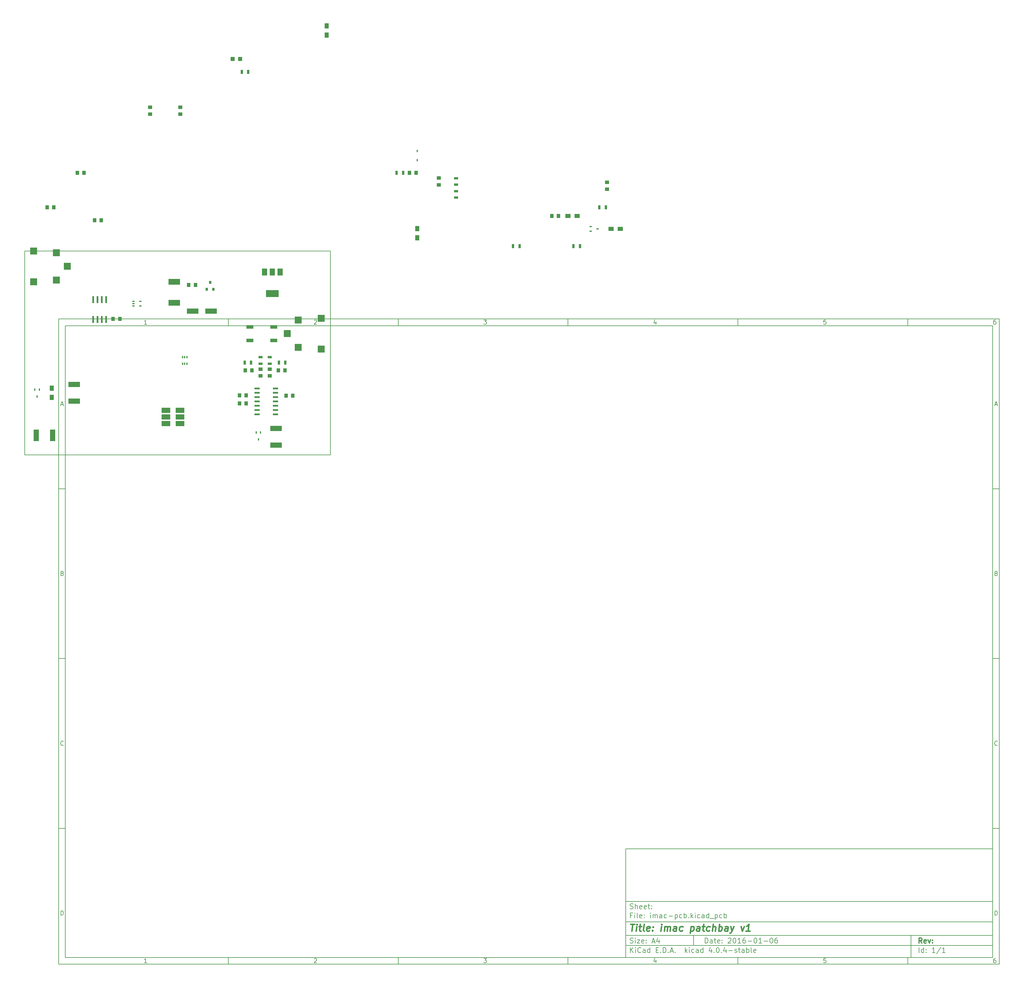
<source format=gtp>
G04 #@! TF.FileFunction,Paste,Top*
%FSLAX46Y46*%
G04 Gerber Fmt 4.6, Leading zero omitted, Abs format (unit mm)*
G04 Created by KiCad (PCBNEW 4.0.4-stable) date 2017 January 14, Saturday 18:24:41*
%MOMM*%
%LPD*%
G01*
G04 APERTURE LIST*
%ADD10C,0.100000*%
%ADD11C,0.150000*%
%ADD12C,0.300000*%
%ADD13C,0.400000*%
%ADD14R,1.000000X1.250000*%
%ADD15R,1.250000X1.000000*%
%ADD16R,3.500000X1.600000*%
%ADD17R,1.200000X1.200000*%
%ADD18R,0.457200X0.711200*%
%ADD19R,0.800000X0.900000*%
%ADD20R,0.711200X0.457200*%
%ADD21R,1.600000X3.500000*%
%ADD22R,1.500000X0.600000*%
%ADD23R,0.660400X0.406400*%
%ADD24R,0.398780X0.749300*%
%ADD25R,0.403000X0.710000*%
%ADD26R,2.000000X2.000000*%
%ADD27R,3.500000X1.800000*%
%ADD28R,0.700000X1.300000*%
%ADD29R,1.300000X1.500000*%
%ADD30R,1.300000X0.700000*%
%ADD31R,1.500000X1.300000*%
%ADD32R,2.000000X1.000000*%
%ADD33R,3.800000X2.000000*%
%ADD34R,1.500000X2.000000*%
%ADD35R,2.500000X1.500000*%
%ADD36R,0.600000X2.000000*%
G04 APERTURE END LIST*
D10*
D11*
X177002200Y-116007200D02*
X177002200Y-148007200D01*
X285002200Y-148007200D01*
X285002200Y-116007200D01*
X177002200Y-116007200D01*
D10*
D11*
X10000000Y40000000D02*
X10000000Y-150007200D01*
X287002200Y-150007200D01*
X287002200Y40000000D01*
X10000000Y40000000D01*
D10*
D11*
X12000000Y38000000D02*
X12000000Y-148007200D01*
X285002200Y-148007200D01*
X285002200Y38000000D01*
X12000000Y38000000D01*
D10*
D11*
X60000000Y38000000D02*
X60000000Y40000000D01*
D10*
D11*
X110000000Y38000000D02*
X110000000Y40000000D01*
D10*
D11*
X160000000Y38000000D02*
X160000000Y40000000D01*
D10*
D11*
X210000000Y38000000D02*
X210000000Y40000000D01*
D10*
D11*
X260000000Y38000000D02*
X260000000Y40000000D01*
D10*
D11*
X35990476Y38411905D02*
X35247619Y38411905D01*
X35619048Y38411905D02*
X35619048Y39711905D01*
X35495238Y39526190D01*
X35371429Y39402381D01*
X35247619Y39340476D01*
D10*
D11*
X85247619Y39588095D02*
X85309524Y39650000D01*
X85433333Y39711905D01*
X85742857Y39711905D01*
X85866667Y39650000D01*
X85928571Y39588095D01*
X85990476Y39464286D01*
X85990476Y39340476D01*
X85928571Y39154762D01*
X85185714Y38411905D01*
X85990476Y38411905D01*
D10*
D11*
X135185714Y39711905D02*
X135990476Y39711905D01*
X135557143Y39216667D01*
X135742857Y39216667D01*
X135866667Y39154762D01*
X135928571Y39092857D01*
X135990476Y38969048D01*
X135990476Y38659524D01*
X135928571Y38535714D01*
X135866667Y38473810D01*
X135742857Y38411905D01*
X135371429Y38411905D01*
X135247619Y38473810D01*
X135185714Y38535714D01*
D10*
D11*
X185866667Y39278571D02*
X185866667Y38411905D01*
X185557143Y39773810D02*
X185247619Y38845238D01*
X186052381Y38845238D01*
D10*
D11*
X235928571Y39711905D02*
X235309524Y39711905D01*
X235247619Y39092857D01*
X235309524Y39154762D01*
X235433333Y39216667D01*
X235742857Y39216667D01*
X235866667Y39154762D01*
X235928571Y39092857D01*
X235990476Y38969048D01*
X235990476Y38659524D01*
X235928571Y38535714D01*
X235866667Y38473810D01*
X235742857Y38411905D01*
X235433333Y38411905D01*
X235309524Y38473810D01*
X235247619Y38535714D01*
D10*
D11*
X285866667Y39711905D02*
X285619048Y39711905D01*
X285495238Y39650000D01*
X285433333Y39588095D01*
X285309524Y39402381D01*
X285247619Y39154762D01*
X285247619Y38659524D01*
X285309524Y38535714D01*
X285371429Y38473810D01*
X285495238Y38411905D01*
X285742857Y38411905D01*
X285866667Y38473810D01*
X285928571Y38535714D01*
X285990476Y38659524D01*
X285990476Y38969048D01*
X285928571Y39092857D01*
X285866667Y39154762D01*
X285742857Y39216667D01*
X285495238Y39216667D01*
X285371429Y39154762D01*
X285309524Y39092857D01*
X285247619Y38969048D01*
D10*
D11*
X60000000Y-148007200D02*
X60000000Y-150007200D01*
D10*
D11*
X110000000Y-148007200D02*
X110000000Y-150007200D01*
D10*
D11*
X160000000Y-148007200D02*
X160000000Y-150007200D01*
D10*
D11*
X210000000Y-148007200D02*
X210000000Y-150007200D01*
D10*
D11*
X260000000Y-148007200D02*
X260000000Y-150007200D01*
D10*
D11*
X35990476Y-149595295D02*
X35247619Y-149595295D01*
X35619048Y-149595295D02*
X35619048Y-148295295D01*
X35495238Y-148481010D01*
X35371429Y-148604819D01*
X35247619Y-148666724D01*
D10*
D11*
X85247619Y-148419105D02*
X85309524Y-148357200D01*
X85433333Y-148295295D01*
X85742857Y-148295295D01*
X85866667Y-148357200D01*
X85928571Y-148419105D01*
X85990476Y-148542914D01*
X85990476Y-148666724D01*
X85928571Y-148852438D01*
X85185714Y-149595295D01*
X85990476Y-149595295D01*
D10*
D11*
X135185714Y-148295295D02*
X135990476Y-148295295D01*
X135557143Y-148790533D01*
X135742857Y-148790533D01*
X135866667Y-148852438D01*
X135928571Y-148914343D01*
X135990476Y-149038152D01*
X135990476Y-149347676D01*
X135928571Y-149471486D01*
X135866667Y-149533390D01*
X135742857Y-149595295D01*
X135371429Y-149595295D01*
X135247619Y-149533390D01*
X135185714Y-149471486D01*
D10*
D11*
X185866667Y-148728629D02*
X185866667Y-149595295D01*
X185557143Y-148233390D02*
X185247619Y-149161962D01*
X186052381Y-149161962D01*
D10*
D11*
X235928571Y-148295295D02*
X235309524Y-148295295D01*
X235247619Y-148914343D01*
X235309524Y-148852438D01*
X235433333Y-148790533D01*
X235742857Y-148790533D01*
X235866667Y-148852438D01*
X235928571Y-148914343D01*
X235990476Y-149038152D01*
X235990476Y-149347676D01*
X235928571Y-149471486D01*
X235866667Y-149533390D01*
X235742857Y-149595295D01*
X235433333Y-149595295D01*
X235309524Y-149533390D01*
X235247619Y-149471486D01*
D10*
D11*
X285866667Y-148295295D02*
X285619048Y-148295295D01*
X285495238Y-148357200D01*
X285433333Y-148419105D01*
X285309524Y-148604819D01*
X285247619Y-148852438D01*
X285247619Y-149347676D01*
X285309524Y-149471486D01*
X285371429Y-149533390D01*
X285495238Y-149595295D01*
X285742857Y-149595295D01*
X285866667Y-149533390D01*
X285928571Y-149471486D01*
X285990476Y-149347676D01*
X285990476Y-149038152D01*
X285928571Y-148914343D01*
X285866667Y-148852438D01*
X285742857Y-148790533D01*
X285495238Y-148790533D01*
X285371429Y-148852438D01*
X285309524Y-148914343D01*
X285247619Y-149038152D01*
D10*
D11*
X10000000Y-10000000D02*
X12000000Y-10000000D01*
D10*
D11*
X10000000Y-60000000D02*
X12000000Y-60000000D01*
D10*
D11*
X10000000Y-110000000D02*
X12000000Y-110000000D01*
D10*
D11*
X10690476Y14783333D02*
X11309524Y14783333D01*
X10566667Y14411905D02*
X11000000Y15711905D01*
X11433333Y14411905D01*
D10*
D11*
X11092857Y-34907143D02*
X11278571Y-34969048D01*
X11340476Y-35030952D01*
X11402381Y-35154762D01*
X11402381Y-35340476D01*
X11340476Y-35464286D01*
X11278571Y-35526190D01*
X11154762Y-35588095D01*
X10659524Y-35588095D01*
X10659524Y-34288095D01*
X11092857Y-34288095D01*
X11216667Y-34350000D01*
X11278571Y-34411905D01*
X11340476Y-34535714D01*
X11340476Y-34659524D01*
X11278571Y-34783333D01*
X11216667Y-34845238D01*
X11092857Y-34907143D01*
X10659524Y-34907143D01*
D10*
D11*
X11402381Y-85464286D02*
X11340476Y-85526190D01*
X11154762Y-85588095D01*
X11030952Y-85588095D01*
X10845238Y-85526190D01*
X10721429Y-85402381D01*
X10659524Y-85278571D01*
X10597619Y-85030952D01*
X10597619Y-84845238D01*
X10659524Y-84597619D01*
X10721429Y-84473810D01*
X10845238Y-84350000D01*
X11030952Y-84288095D01*
X11154762Y-84288095D01*
X11340476Y-84350000D01*
X11402381Y-84411905D01*
D10*
D11*
X10659524Y-135588095D02*
X10659524Y-134288095D01*
X10969048Y-134288095D01*
X11154762Y-134350000D01*
X11278571Y-134473810D01*
X11340476Y-134597619D01*
X11402381Y-134845238D01*
X11402381Y-135030952D01*
X11340476Y-135278571D01*
X11278571Y-135402381D01*
X11154762Y-135526190D01*
X10969048Y-135588095D01*
X10659524Y-135588095D01*
D10*
D11*
X287002200Y-10000000D02*
X285002200Y-10000000D01*
D10*
D11*
X287002200Y-60000000D02*
X285002200Y-60000000D01*
D10*
D11*
X287002200Y-110000000D02*
X285002200Y-110000000D01*
D10*
D11*
X285692676Y14783333D02*
X286311724Y14783333D01*
X285568867Y14411905D02*
X286002200Y15711905D01*
X286435533Y14411905D01*
D10*
D11*
X286095057Y-34907143D02*
X286280771Y-34969048D01*
X286342676Y-35030952D01*
X286404581Y-35154762D01*
X286404581Y-35340476D01*
X286342676Y-35464286D01*
X286280771Y-35526190D01*
X286156962Y-35588095D01*
X285661724Y-35588095D01*
X285661724Y-34288095D01*
X286095057Y-34288095D01*
X286218867Y-34350000D01*
X286280771Y-34411905D01*
X286342676Y-34535714D01*
X286342676Y-34659524D01*
X286280771Y-34783333D01*
X286218867Y-34845238D01*
X286095057Y-34907143D01*
X285661724Y-34907143D01*
D10*
D11*
X286404581Y-85464286D02*
X286342676Y-85526190D01*
X286156962Y-85588095D01*
X286033152Y-85588095D01*
X285847438Y-85526190D01*
X285723629Y-85402381D01*
X285661724Y-85278571D01*
X285599819Y-85030952D01*
X285599819Y-84845238D01*
X285661724Y-84597619D01*
X285723629Y-84473810D01*
X285847438Y-84350000D01*
X286033152Y-84288095D01*
X286156962Y-84288095D01*
X286342676Y-84350000D01*
X286404581Y-84411905D01*
D10*
D11*
X285661724Y-135588095D02*
X285661724Y-134288095D01*
X285971248Y-134288095D01*
X286156962Y-134350000D01*
X286280771Y-134473810D01*
X286342676Y-134597619D01*
X286404581Y-134845238D01*
X286404581Y-135030952D01*
X286342676Y-135278571D01*
X286280771Y-135402381D01*
X286156962Y-135526190D01*
X285971248Y-135588095D01*
X285661724Y-135588095D01*
D10*
D11*
X200359343Y-143785771D02*
X200359343Y-142285771D01*
X200716486Y-142285771D01*
X200930771Y-142357200D01*
X201073629Y-142500057D01*
X201145057Y-142642914D01*
X201216486Y-142928629D01*
X201216486Y-143142914D01*
X201145057Y-143428629D01*
X201073629Y-143571486D01*
X200930771Y-143714343D01*
X200716486Y-143785771D01*
X200359343Y-143785771D01*
X202502200Y-143785771D02*
X202502200Y-143000057D01*
X202430771Y-142857200D01*
X202287914Y-142785771D01*
X202002200Y-142785771D01*
X201859343Y-142857200D01*
X202502200Y-143714343D02*
X202359343Y-143785771D01*
X202002200Y-143785771D01*
X201859343Y-143714343D01*
X201787914Y-143571486D01*
X201787914Y-143428629D01*
X201859343Y-143285771D01*
X202002200Y-143214343D01*
X202359343Y-143214343D01*
X202502200Y-143142914D01*
X203002200Y-142785771D02*
X203573629Y-142785771D01*
X203216486Y-142285771D02*
X203216486Y-143571486D01*
X203287914Y-143714343D01*
X203430772Y-143785771D01*
X203573629Y-143785771D01*
X204645057Y-143714343D02*
X204502200Y-143785771D01*
X204216486Y-143785771D01*
X204073629Y-143714343D01*
X204002200Y-143571486D01*
X204002200Y-143000057D01*
X204073629Y-142857200D01*
X204216486Y-142785771D01*
X204502200Y-142785771D01*
X204645057Y-142857200D01*
X204716486Y-143000057D01*
X204716486Y-143142914D01*
X204002200Y-143285771D01*
X205359343Y-143642914D02*
X205430771Y-143714343D01*
X205359343Y-143785771D01*
X205287914Y-143714343D01*
X205359343Y-143642914D01*
X205359343Y-143785771D01*
X205359343Y-142857200D02*
X205430771Y-142928629D01*
X205359343Y-143000057D01*
X205287914Y-142928629D01*
X205359343Y-142857200D01*
X205359343Y-143000057D01*
X207145057Y-142428629D02*
X207216486Y-142357200D01*
X207359343Y-142285771D01*
X207716486Y-142285771D01*
X207859343Y-142357200D01*
X207930772Y-142428629D01*
X208002200Y-142571486D01*
X208002200Y-142714343D01*
X207930772Y-142928629D01*
X207073629Y-143785771D01*
X208002200Y-143785771D01*
X208930771Y-142285771D02*
X209073628Y-142285771D01*
X209216485Y-142357200D01*
X209287914Y-142428629D01*
X209359343Y-142571486D01*
X209430771Y-142857200D01*
X209430771Y-143214343D01*
X209359343Y-143500057D01*
X209287914Y-143642914D01*
X209216485Y-143714343D01*
X209073628Y-143785771D01*
X208930771Y-143785771D01*
X208787914Y-143714343D01*
X208716485Y-143642914D01*
X208645057Y-143500057D01*
X208573628Y-143214343D01*
X208573628Y-142857200D01*
X208645057Y-142571486D01*
X208716485Y-142428629D01*
X208787914Y-142357200D01*
X208930771Y-142285771D01*
X210859342Y-143785771D02*
X210002199Y-143785771D01*
X210430771Y-143785771D02*
X210430771Y-142285771D01*
X210287914Y-142500057D01*
X210145056Y-142642914D01*
X210002199Y-142714343D01*
X212145056Y-142285771D02*
X211859342Y-142285771D01*
X211716485Y-142357200D01*
X211645056Y-142428629D01*
X211502199Y-142642914D01*
X211430770Y-142928629D01*
X211430770Y-143500057D01*
X211502199Y-143642914D01*
X211573627Y-143714343D01*
X211716485Y-143785771D01*
X212002199Y-143785771D01*
X212145056Y-143714343D01*
X212216485Y-143642914D01*
X212287913Y-143500057D01*
X212287913Y-143142914D01*
X212216485Y-143000057D01*
X212145056Y-142928629D01*
X212002199Y-142857200D01*
X211716485Y-142857200D01*
X211573627Y-142928629D01*
X211502199Y-143000057D01*
X211430770Y-143142914D01*
X212930770Y-143214343D02*
X214073627Y-143214343D01*
X215073627Y-142285771D02*
X215216484Y-142285771D01*
X215359341Y-142357200D01*
X215430770Y-142428629D01*
X215502199Y-142571486D01*
X215573627Y-142857200D01*
X215573627Y-143214343D01*
X215502199Y-143500057D01*
X215430770Y-143642914D01*
X215359341Y-143714343D01*
X215216484Y-143785771D01*
X215073627Y-143785771D01*
X214930770Y-143714343D01*
X214859341Y-143642914D01*
X214787913Y-143500057D01*
X214716484Y-143214343D01*
X214716484Y-142857200D01*
X214787913Y-142571486D01*
X214859341Y-142428629D01*
X214930770Y-142357200D01*
X215073627Y-142285771D01*
X217002198Y-143785771D02*
X216145055Y-143785771D01*
X216573627Y-143785771D02*
X216573627Y-142285771D01*
X216430770Y-142500057D01*
X216287912Y-142642914D01*
X216145055Y-142714343D01*
X217645055Y-143214343D02*
X218787912Y-143214343D01*
X219787912Y-142285771D02*
X219930769Y-142285771D01*
X220073626Y-142357200D01*
X220145055Y-142428629D01*
X220216484Y-142571486D01*
X220287912Y-142857200D01*
X220287912Y-143214343D01*
X220216484Y-143500057D01*
X220145055Y-143642914D01*
X220073626Y-143714343D01*
X219930769Y-143785771D01*
X219787912Y-143785771D01*
X219645055Y-143714343D01*
X219573626Y-143642914D01*
X219502198Y-143500057D01*
X219430769Y-143214343D01*
X219430769Y-142857200D01*
X219502198Y-142571486D01*
X219573626Y-142428629D01*
X219645055Y-142357200D01*
X219787912Y-142285771D01*
X221573626Y-142285771D02*
X221287912Y-142285771D01*
X221145055Y-142357200D01*
X221073626Y-142428629D01*
X220930769Y-142642914D01*
X220859340Y-142928629D01*
X220859340Y-143500057D01*
X220930769Y-143642914D01*
X221002197Y-143714343D01*
X221145055Y-143785771D01*
X221430769Y-143785771D01*
X221573626Y-143714343D01*
X221645055Y-143642914D01*
X221716483Y-143500057D01*
X221716483Y-143142914D01*
X221645055Y-143000057D01*
X221573626Y-142928629D01*
X221430769Y-142857200D01*
X221145055Y-142857200D01*
X221002197Y-142928629D01*
X220930769Y-143000057D01*
X220859340Y-143142914D01*
D10*
D11*
X177002200Y-144507200D02*
X285002200Y-144507200D01*
D10*
D11*
X178359343Y-146585771D02*
X178359343Y-145085771D01*
X179216486Y-146585771D02*
X178573629Y-145728629D01*
X179216486Y-145085771D02*
X178359343Y-145942914D01*
X179859343Y-146585771D02*
X179859343Y-145585771D01*
X179859343Y-145085771D02*
X179787914Y-145157200D01*
X179859343Y-145228629D01*
X179930771Y-145157200D01*
X179859343Y-145085771D01*
X179859343Y-145228629D01*
X181430772Y-146442914D02*
X181359343Y-146514343D01*
X181145057Y-146585771D01*
X181002200Y-146585771D01*
X180787915Y-146514343D01*
X180645057Y-146371486D01*
X180573629Y-146228629D01*
X180502200Y-145942914D01*
X180502200Y-145728629D01*
X180573629Y-145442914D01*
X180645057Y-145300057D01*
X180787915Y-145157200D01*
X181002200Y-145085771D01*
X181145057Y-145085771D01*
X181359343Y-145157200D01*
X181430772Y-145228629D01*
X182716486Y-146585771D02*
X182716486Y-145800057D01*
X182645057Y-145657200D01*
X182502200Y-145585771D01*
X182216486Y-145585771D01*
X182073629Y-145657200D01*
X182716486Y-146514343D02*
X182573629Y-146585771D01*
X182216486Y-146585771D01*
X182073629Y-146514343D01*
X182002200Y-146371486D01*
X182002200Y-146228629D01*
X182073629Y-146085771D01*
X182216486Y-146014343D01*
X182573629Y-146014343D01*
X182716486Y-145942914D01*
X184073629Y-146585771D02*
X184073629Y-145085771D01*
X184073629Y-146514343D02*
X183930772Y-146585771D01*
X183645058Y-146585771D01*
X183502200Y-146514343D01*
X183430772Y-146442914D01*
X183359343Y-146300057D01*
X183359343Y-145871486D01*
X183430772Y-145728629D01*
X183502200Y-145657200D01*
X183645058Y-145585771D01*
X183930772Y-145585771D01*
X184073629Y-145657200D01*
X185930772Y-145800057D02*
X186430772Y-145800057D01*
X186645058Y-146585771D02*
X185930772Y-146585771D01*
X185930772Y-145085771D01*
X186645058Y-145085771D01*
X187287915Y-146442914D02*
X187359343Y-146514343D01*
X187287915Y-146585771D01*
X187216486Y-146514343D01*
X187287915Y-146442914D01*
X187287915Y-146585771D01*
X188002201Y-146585771D02*
X188002201Y-145085771D01*
X188359344Y-145085771D01*
X188573629Y-145157200D01*
X188716487Y-145300057D01*
X188787915Y-145442914D01*
X188859344Y-145728629D01*
X188859344Y-145942914D01*
X188787915Y-146228629D01*
X188716487Y-146371486D01*
X188573629Y-146514343D01*
X188359344Y-146585771D01*
X188002201Y-146585771D01*
X189502201Y-146442914D02*
X189573629Y-146514343D01*
X189502201Y-146585771D01*
X189430772Y-146514343D01*
X189502201Y-146442914D01*
X189502201Y-146585771D01*
X190145058Y-146157200D02*
X190859344Y-146157200D01*
X190002201Y-146585771D02*
X190502201Y-145085771D01*
X191002201Y-146585771D01*
X191502201Y-146442914D02*
X191573629Y-146514343D01*
X191502201Y-146585771D01*
X191430772Y-146514343D01*
X191502201Y-146442914D01*
X191502201Y-146585771D01*
X194502201Y-146585771D02*
X194502201Y-145085771D01*
X194645058Y-146014343D02*
X195073629Y-146585771D01*
X195073629Y-145585771D02*
X194502201Y-146157200D01*
X195716487Y-146585771D02*
X195716487Y-145585771D01*
X195716487Y-145085771D02*
X195645058Y-145157200D01*
X195716487Y-145228629D01*
X195787915Y-145157200D01*
X195716487Y-145085771D01*
X195716487Y-145228629D01*
X197073630Y-146514343D02*
X196930773Y-146585771D01*
X196645059Y-146585771D01*
X196502201Y-146514343D01*
X196430773Y-146442914D01*
X196359344Y-146300057D01*
X196359344Y-145871486D01*
X196430773Y-145728629D01*
X196502201Y-145657200D01*
X196645059Y-145585771D01*
X196930773Y-145585771D01*
X197073630Y-145657200D01*
X198359344Y-146585771D02*
X198359344Y-145800057D01*
X198287915Y-145657200D01*
X198145058Y-145585771D01*
X197859344Y-145585771D01*
X197716487Y-145657200D01*
X198359344Y-146514343D02*
X198216487Y-146585771D01*
X197859344Y-146585771D01*
X197716487Y-146514343D01*
X197645058Y-146371486D01*
X197645058Y-146228629D01*
X197716487Y-146085771D01*
X197859344Y-146014343D01*
X198216487Y-146014343D01*
X198359344Y-145942914D01*
X199716487Y-146585771D02*
X199716487Y-145085771D01*
X199716487Y-146514343D02*
X199573630Y-146585771D01*
X199287916Y-146585771D01*
X199145058Y-146514343D01*
X199073630Y-146442914D01*
X199002201Y-146300057D01*
X199002201Y-145871486D01*
X199073630Y-145728629D01*
X199145058Y-145657200D01*
X199287916Y-145585771D01*
X199573630Y-145585771D01*
X199716487Y-145657200D01*
X202216487Y-145585771D02*
X202216487Y-146585771D01*
X201859344Y-145014343D02*
X201502201Y-146085771D01*
X202430773Y-146085771D01*
X203002201Y-146442914D02*
X203073629Y-146514343D01*
X203002201Y-146585771D01*
X202930772Y-146514343D01*
X203002201Y-146442914D01*
X203002201Y-146585771D01*
X204002201Y-145085771D02*
X204145058Y-145085771D01*
X204287915Y-145157200D01*
X204359344Y-145228629D01*
X204430773Y-145371486D01*
X204502201Y-145657200D01*
X204502201Y-146014343D01*
X204430773Y-146300057D01*
X204359344Y-146442914D01*
X204287915Y-146514343D01*
X204145058Y-146585771D01*
X204002201Y-146585771D01*
X203859344Y-146514343D01*
X203787915Y-146442914D01*
X203716487Y-146300057D01*
X203645058Y-146014343D01*
X203645058Y-145657200D01*
X203716487Y-145371486D01*
X203787915Y-145228629D01*
X203859344Y-145157200D01*
X204002201Y-145085771D01*
X205145058Y-146442914D02*
X205216486Y-146514343D01*
X205145058Y-146585771D01*
X205073629Y-146514343D01*
X205145058Y-146442914D01*
X205145058Y-146585771D01*
X206502201Y-145585771D02*
X206502201Y-146585771D01*
X206145058Y-145014343D02*
X205787915Y-146085771D01*
X206716487Y-146085771D01*
X207287915Y-146014343D02*
X208430772Y-146014343D01*
X209073629Y-146514343D02*
X209216486Y-146585771D01*
X209502201Y-146585771D01*
X209645058Y-146514343D01*
X209716486Y-146371486D01*
X209716486Y-146300057D01*
X209645058Y-146157200D01*
X209502201Y-146085771D01*
X209287915Y-146085771D01*
X209145058Y-146014343D01*
X209073629Y-145871486D01*
X209073629Y-145800057D01*
X209145058Y-145657200D01*
X209287915Y-145585771D01*
X209502201Y-145585771D01*
X209645058Y-145657200D01*
X210145058Y-145585771D02*
X210716487Y-145585771D01*
X210359344Y-145085771D02*
X210359344Y-146371486D01*
X210430772Y-146514343D01*
X210573630Y-146585771D01*
X210716487Y-146585771D01*
X211859344Y-146585771D02*
X211859344Y-145800057D01*
X211787915Y-145657200D01*
X211645058Y-145585771D01*
X211359344Y-145585771D01*
X211216487Y-145657200D01*
X211859344Y-146514343D02*
X211716487Y-146585771D01*
X211359344Y-146585771D01*
X211216487Y-146514343D01*
X211145058Y-146371486D01*
X211145058Y-146228629D01*
X211216487Y-146085771D01*
X211359344Y-146014343D01*
X211716487Y-146014343D01*
X211859344Y-145942914D01*
X212573630Y-146585771D02*
X212573630Y-145085771D01*
X212573630Y-145657200D02*
X212716487Y-145585771D01*
X213002201Y-145585771D01*
X213145058Y-145657200D01*
X213216487Y-145728629D01*
X213287916Y-145871486D01*
X213287916Y-146300057D01*
X213216487Y-146442914D01*
X213145058Y-146514343D01*
X213002201Y-146585771D01*
X212716487Y-146585771D01*
X212573630Y-146514343D01*
X214145059Y-146585771D02*
X214002201Y-146514343D01*
X213930773Y-146371486D01*
X213930773Y-145085771D01*
X215287915Y-146514343D02*
X215145058Y-146585771D01*
X214859344Y-146585771D01*
X214716487Y-146514343D01*
X214645058Y-146371486D01*
X214645058Y-145800057D01*
X214716487Y-145657200D01*
X214859344Y-145585771D01*
X215145058Y-145585771D01*
X215287915Y-145657200D01*
X215359344Y-145800057D01*
X215359344Y-145942914D01*
X214645058Y-146085771D01*
D10*
D11*
X177002200Y-141507200D02*
X285002200Y-141507200D01*
D10*
D12*
X264216486Y-143785771D02*
X263716486Y-143071486D01*
X263359343Y-143785771D02*
X263359343Y-142285771D01*
X263930771Y-142285771D01*
X264073629Y-142357200D01*
X264145057Y-142428629D01*
X264216486Y-142571486D01*
X264216486Y-142785771D01*
X264145057Y-142928629D01*
X264073629Y-143000057D01*
X263930771Y-143071486D01*
X263359343Y-143071486D01*
X265430771Y-143714343D02*
X265287914Y-143785771D01*
X265002200Y-143785771D01*
X264859343Y-143714343D01*
X264787914Y-143571486D01*
X264787914Y-143000057D01*
X264859343Y-142857200D01*
X265002200Y-142785771D01*
X265287914Y-142785771D01*
X265430771Y-142857200D01*
X265502200Y-143000057D01*
X265502200Y-143142914D01*
X264787914Y-143285771D01*
X266002200Y-142785771D02*
X266359343Y-143785771D01*
X266716485Y-142785771D01*
X267287914Y-143642914D02*
X267359342Y-143714343D01*
X267287914Y-143785771D01*
X267216485Y-143714343D01*
X267287914Y-143642914D01*
X267287914Y-143785771D01*
X267287914Y-142857200D02*
X267359342Y-142928629D01*
X267287914Y-143000057D01*
X267216485Y-142928629D01*
X267287914Y-142857200D01*
X267287914Y-143000057D01*
D10*
D11*
X178287914Y-143714343D02*
X178502200Y-143785771D01*
X178859343Y-143785771D01*
X179002200Y-143714343D01*
X179073629Y-143642914D01*
X179145057Y-143500057D01*
X179145057Y-143357200D01*
X179073629Y-143214343D01*
X179002200Y-143142914D01*
X178859343Y-143071486D01*
X178573629Y-143000057D01*
X178430771Y-142928629D01*
X178359343Y-142857200D01*
X178287914Y-142714343D01*
X178287914Y-142571486D01*
X178359343Y-142428629D01*
X178430771Y-142357200D01*
X178573629Y-142285771D01*
X178930771Y-142285771D01*
X179145057Y-142357200D01*
X179787914Y-143785771D02*
X179787914Y-142785771D01*
X179787914Y-142285771D02*
X179716485Y-142357200D01*
X179787914Y-142428629D01*
X179859342Y-142357200D01*
X179787914Y-142285771D01*
X179787914Y-142428629D01*
X180359343Y-142785771D02*
X181145057Y-142785771D01*
X180359343Y-143785771D01*
X181145057Y-143785771D01*
X182287914Y-143714343D02*
X182145057Y-143785771D01*
X181859343Y-143785771D01*
X181716486Y-143714343D01*
X181645057Y-143571486D01*
X181645057Y-143000057D01*
X181716486Y-142857200D01*
X181859343Y-142785771D01*
X182145057Y-142785771D01*
X182287914Y-142857200D01*
X182359343Y-143000057D01*
X182359343Y-143142914D01*
X181645057Y-143285771D01*
X183002200Y-143642914D02*
X183073628Y-143714343D01*
X183002200Y-143785771D01*
X182930771Y-143714343D01*
X183002200Y-143642914D01*
X183002200Y-143785771D01*
X183002200Y-142857200D02*
X183073628Y-142928629D01*
X183002200Y-143000057D01*
X182930771Y-142928629D01*
X183002200Y-142857200D01*
X183002200Y-143000057D01*
X184787914Y-143357200D02*
X185502200Y-143357200D01*
X184645057Y-143785771D02*
X185145057Y-142285771D01*
X185645057Y-143785771D01*
X186787914Y-142785771D02*
X186787914Y-143785771D01*
X186430771Y-142214343D02*
X186073628Y-143285771D01*
X187002200Y-143285771D01*
D10*
D11*
X263359343Y-146585771D02*
X263359343Y-145085771D01*
X264716486Y-146585771D02*
X264716486Y-145085771D01*
X264716486Y-146514343D02*
X264573629Y-146585771D01*
X264287915Y-146585771D01*
X264145057Y-146514343D01*
X264073629Y-146442914D01*
X264002200Y-146300057D01*
X264002200Y-145871486D01*
X264073629Y-145728629D01*
X264145057Y-145657200D01*
X264287915Y-145585771D01*
X264573629Y-145585771D01*
X264716486Y-145657200D01*
X265430772Y-146442914D02*
X265502200Y-146514343D01*
X265430772Y-146585771D01*
X265359343Y-146514343D01*
X265430772Y-146442914D01*
X265430772Y-146585771D01*
X265430772Y-145657200D02*
X265502200Y-145728629D01*
X265430772Y-145800057D01*
X265359343Y-145728629D01*
X265430772Y-145657200D01*
X265430772Y-145800057D01*
X268073629Y-146585771D02*
X267216486Y-146585771D01*
X267645058Y-146585771D02*
X267645058Y-145085771D01*
X267502201Y-145300057D01*
X267359343Y-145442914D01*
X267216486Y-145514343D01*
X269787914Y-145014343D02*
X268502200Y-146942914D01*
X271073629Y-146585771D02*
X270216486Y-146585771D01*
X270645058Y-146585771D02*
X270645058Y-145085771D01*
X270502201Y-145300057D01*
X270359343Y-145442914D01*
X270216486Y-145514343D01*
D10*
D11*
X177002200Y-137507200D02*
X285002200Y-137507200D01*
D10*
D13*
X178454581Y-138211962D02*
X179597438Y-138211962D01*
X178776010Y-140211962D02*
X179026010Y-138211962D01*
X180014105Y-140211962D02*
X180180771Y-138878629D01*
X180264105Y-138211962D02*
X180156962Y-138307200D01*
X180240295Y-138402438D01*
X180347439Y-138307200D01*
X180264105Y-138211962D01*
X180240295Y-138402438D01*
X180847438Y-138878629D02*
X181609343Y-138878629D01*
X181216486Y-138211962D02*
X181002200Y-139926248D01*
X181073630Y-140116724D01*
X181252201Y-140211962D01*
X181442677Y-140211962D01*
X182395058Y-140211962D02*
X182216487Y-140116724D01*
X182145057Y-139926248D01*
X182359343Y-138211962D01*
X183930772Y-140116724D02*
X183728391Y-140211962D01*
X183347439Y-140211962D01*
X183168867Y-140116724D01*
X183097438Y-139926248D01*
X183192676Y-139164343D01*
X183311724Y-138973867D01*
X183514105Y-138878629D01*
X183895057Y-138878629D01*
X184073629Y-138973867D01*
X184145057Y-139164343D01*
X184121248Y-139354819D01*
X183145057Y-139545295D01*
X184895057Y-140021486D02*
X184978392Y-140116724D01*
X184871248Y-140211962D01*
X184787915Y-140116724D01*
X184895057Y-140021486D01*
X184871248Y-140211962D01*
X185026010Y-138973867D02*
X185109344Y-139069105D01*
X185002200Y-139164343D01*
X184918867Y-139069105D01*
X185026010Y-138973867D01*
X185002200Y-139164343D01*
X187347439Y-140211962D02*
X187514105Y-138878629D01*
X187597439Y-138211962D02*
X187490296Y-138307200D01*
X187573629Y-138402438D01*
X187680773Y-138307200D01*
X187597439Y-138211962D01*
X187573629Y-138402438D01*
X188299820Y-140211962D02*
X188466486Y-138878629D01*
X188442677Y-139069105D02*
X188549821Y-138973867D01*
X188752201Y-138878629D01*
X189037915Y-138878629D01*
X189216487Y-138973867D01*
X189287915Y-139164343D01*
X189156963Y-140211962D01*
X189287915Y-139164343D02*
X189406963Y-138973867D01*
X189609344Y-138878629D01*
X189895058Y-138878629D01*
X190073630Y-138973867D01*
X190145058Y-139164343D01*
X190014106Y-140211962D01*
X191823630Y-140211962D02*
X191954582Y-139164343D01*
X191883154Y-138973867D01*
X191704582Y-138878629D01*
X191323630Y-138878629D01*
X191121249Y-138973867D01*
X191835535Y-140116724D02*
X191633154Y-140211962D01*
X191156964Y-140211962D01*
X190978392Y-140116724D01*
X190906963Y-139926248D01*
X190930773Y-139735771D01*
X191049820Y-139545295D01*
X191252202Y-139450057D01*
X191728392Y-139450057D01*
X191930773Y-139354819D01*
X193645059Y-140116724D02*
X193442678Y-140211962D01*
X193061726Y-140211962D01*
X192883155Y-140116724D01*
X192799820Y-140021486D01*
X192728392Y-139831010D01*
X192799820Y-139259581D01*
X192918868Y-139069105D01*
X193026012Y-138973867D01*
X193228392Y-138878629D01*
X193609344Y-138878629D01*
X193787916Y-138973867D01*
X196180773Y-138878629D02*
X195930773Y-140878629D01*
X196168869Y-138973867D02*
X196371250Y-138878629D01*
X196752202Y-138878629D01*
X196930774Y-138973867D01*
X197014107Y-139069105D01*
X197085535Y-139259581D01*
X197014107Y-139831010D01*
X196895059Y-140021486D01*
X196787917Y-140116724D01*
X196585536Y-140211962D01*
X196204584Y-140211962D01*
X196026012Y-140116724D01*
X198680774Y-140211962D02*
X198811726Y-139164343D01*
X198740298Y-138973867D01*
X198561726Y-138878629D01*
X198180774Y-138878629D01*
X197978393Y-138973867D01*
X198692679Y-140116724D02*
X198490298Y-140211962D01*
X198014108Y-140211962D01*
X197835536Y-140116724D01*
X197764107Y-139926248D01*
X197787917Y-139735771D01*
X197906964Y-139545295D01*
X198109346Y-139450057D01*
X198585536Y-139450057D01*
X198787917Y-139354819D01*
X199514107Y-138878629D02*
X200276012Y-138878629D01*
X199883155Y-138211962D02*
X199668869Y-139926248D01*
X199740299Y-140116724D01*
X199918870Y-140211962D01*
X200109346Y-140211962D01*
X201645060Y-140116724D02*
X201442679Y-140211962D01*
X201061727Y-140211962D01*
X200883156Y-140116724D01*
X200799821Y-140021486D01*
X200728393Y-139831010D01*
X200799821Y-139259581D01*
X200918869Y-139069105D01*
X201026013Y-138973867D01*
X201228393Y-138878629D01*
X201609345Y-138878629D01*
X201787917Y-138973867D01*
X202490298Y-140211962D02*
X202740298Y-138211962D01*
X203347441Y-140211962D02*
X203478393Y-139164343D01*
X203406965Y-138973867D01*
X203228393Y-138878629D01*
X202942679Y-138878629D01*
X202740299Y-138973867D01*
X202633155Y-139069105D01*
X204299822Y-140211962D02*
X204549822Y-138211962D01*
X204454584Y-138973867D02*
X204656965Y-138878629D01*
X205037917Y-138878629D01*
X205216489Y-138973867D01*
X205299822Y-139069105D01*
X205371250Y-139259581D01*
X205299822Y-139831010D01*
X205180774Y-140021486D01*
X205073632Y-140116724D01*
X204871251Y-140211962D01*
X204490299Y-140211962D01*
X204311727Y-140116724D01*
X206966489Y-140211962D02*
X207097441Y-139164343D01*
X207026013Y-138973867D01*
X206847441Y-138878629D01*
X206466489Y-138878629D01*
X206264108Y-138973867D01*
X206978394Y-140116724D02*
X206776013Y-140211962D01*
X206299823Y-140211962D01*
X206121251Y-140116724D01*
X206049822Y-139926248D01*
X206073632Y-139735771D01*
X206192679Y-139545295D01*
X206395061Y-139450057D01*
X206871251Y-139450057D01*
X207073632Y-139354819D01*
X207895060Y-138878629D02*
X208204585Y-140211962D01*
X208847441Y-138878629D02*
X208204585Y-140211962D01*
X207954585Y-140688152D01*
X207847441Y-140783390D01*
X207645060Y-140878629D01*
X210942680Y-138878629D02*
X211252205Y-140211962D01*
X211895061Y-138878629D01*
X213537920Y-140211962D02*
X212395062Y-140211962D01*
X212966491Y-140211962D02*
X213216491Y-138211962D01*
X212990301Y-138497676D01*
X212776015Y-138688152D01*
X212573633Y-138783390D01*
D10*
D11*
X178859343Y-135600057D02*
X178359343Y-135600057D01*
X178359343Y-136385771D02*
X178359343Y-134885771D01*
X179073629Y-134885771D01*
X179645057Y-136385771D02*
X179645057Y-135385771D01*
X179645057Y-134885771D02*
X179573628Y-134957200D01*
X179645057Y-135028629D01*
X179716485Y-134957200D01*
X179645057Y-134885771D01*
X179645057Y-135028629D01*
X180573629Y-136385771D02*
X180430771Y-136314343D01*
X180359343Y-136171486D01*
X180359343Y-134885771D01*
X181716485Y-136314343D02*
X181573628Y-136385771D01*
X181287914Y-136385771D01*
X181145057Y-136314343D01*
X181073628Y-136171486D01*
X181073628Y-135600057D01*
X181145057Y-135457200D01*
X181287914Y-135385771D01*
X181573628Y-135385771D01*
X181716485Y-135457200D01*
X181787914Y-135600057D01*
X181787914Y-135742914D01*
X181073628Y-135885771D01*
X182430771Y-136242914D02*
X182502199Y-136314343D01*
X182430771Y-136385771D01*
X182359342Y-136314343D01*
X182430771Y-136242914D01*
X182430771Y-136385771D01*
X182430771Y-135457200D02*
X182502199Y-135528629D01*
X182430771Y-135600057D01*
X182359342Y-135528629D01*
X182430771Y-135457200D01*
X182430771Y-135600057D01*
X184287914Y-136385771D02*
X184287914Y-135385771D01*
X184287914Y-134885771D02*
X184216485Y-134957200D01*
X184287914Y-135028629D01*
X184359342Y-134957200D01*
X184287914Y-134885771D01*
X184287914Y-135028629D01*
X185002200Y-136385771D02*
X185002200Y-135385771D01*
X185002200Y-135528629D02*
X185073628Y-135457200D01*
X185216486Y-135385771D01*
X185430771Y-135385771D01*
X185573628Y-135457200D01*
X185645057Y-135600057D01*
X185645057Y-136385771D01*
X185645057Y-135600057D02*
X185716486Y-135457200D01*
X185859343Y-135385771D01*
X186073628Y-135385771D01*
X186216486Y-135457200D01*
X186287914Y-135600057D01*
X186287914Y-136385771D01*
X187645057Y-136385771D02*
X187645057Y-135600057D01*
X187573628Y-135457200D01*
X187430771Y-135385771D01*
X187145057Y-135385771D01*
X187002200Y-135457200D01*
X187645057Y-136314343D02*
X187502200Y-136385771D01*
X187145057Y-136385771D01*
X187002200Y-136314343D01*
X186930771Y-136171486D01*
X186930771Y-136028629D01*
X187002200Y-135885771D01*
X187145057Y-135814343D01*
X187502200Y-135814343D01*
X187645057Y-135742914D01*
X189002200Y-136314343D02*
X188859343Y-136385771D01*
X188573629Y-136385771D01*
X188430771Y-136314343D01*
X188359343Y-136242914D01*
X188287914Y-136100057D01*
X188287914Y-135671486D01*
X188359343Y-135528629D01*
X188430771Y-135457200D01*
X188573629Y-135385771D01*
X188859343Y-135385771D01*
X189002200Y-135457200D01*
X189645057Y-135814343D02*
X190787914Y-135814343D01*
X191502200Y-135385771D02*
X191502200Y-136885771D01*
X191502200Y-135457200D02*
X191645057Y-135385771D01*
X191930771Y-135385771D01*
X192073628Y-135457200D01*
X192145057Y-135528629D01*
X192216486Y-135671486D01*
X192216486Y-136100057D01*
X192145057Y-136242914D01*
X192073628Y-136314343D01*
X191930771Y-136385771D01*
X191645057Y-136385771D01*
X191502200Y-136314343D01*
X193502200Y-136314343D02*
X193359343Y-136385771D01*
X193073629Y-136385771D01*
X192930771Y-136314343D01*
X192859343Y-136242914D01*
X192787914Y-136100057D01*
X192787914Y-135671486D01*
X192859343Y-135528629D01*
X192930771Y-135457200D01*
X193073629Y-135385771D01*
X193359343Y-135385771D01*
X193502200Y-135457200D01*
X194145057Y-136385771D02*
X194145057Y-134885771D01*
X194145057Y-135457200D02*
X194287914Y-135385771D01*
X194573628Y-135385771D01*
X194716485Y-135457200D01*
X194787914Y-135528629D01*
X194859343Y-135671486D01*
X194859343Y-136100057D01*
X194787914Y-136242914D01*
X194716485Y-136314343D01*
X194573628Y-136385771D01*
X194287914Y-136385771D01*
X194145057Y-136314343D01*
X195502200Y-136242914D02*
X195573628Y-136314343D01*
X195502200Y-136385771D01*
X195430771Y-136314343D01*
X195502200Y-136242914D01*
X195502200Y-136385771D01*
X196216486Y-136385771D02*
X196216486Y-134885771D01*
X196359343Y-135814343D02*
X196787914Y-136385771D01*
X196787914Y-135385771D02*
X196216486Y-135957200D01*
X197430772Y-136385771D02*
X197430772Y-135385771D01*
X197430772Y-134885771D02*
X197359343Y-134957200D01*
X197430772Y-135028629D01*
X197502200Y-134957200D01*
X197430772Y-134885771D01*
X197430772Y-135028629D01*
X198787915Y-136314343D02*
X198645058Y-136385771D01*
X198359344Y-136385771D01*
X198216486Y-136314343D01*
X198145058Y-136242914D01*
X198073629Y-136100057D01*
X198073629Y-135671486D01*
X198145058Y-135528629D01*
X198216486Y-135457200D01*
X198359344Y-135385771D01*
X198645058Y-135385771D01*
X198787915Y-135457200D01*
X200073629Y-136385771D02*
X200073629Y-135600057D01*
X200002200Y-135457200D01*
X199859343Y-135385771D01*
X199573629Y-135385771D01*
X199430772Y-135457200D01*
X200073629Y-136314343D02*
X199930772Y-136385771D01*
X199573629Y-136385771D01*
X199430772Y-136314343D01*
X199359343Y-136171486D01*
X199359343Y-136028629D01*
X199430772Y-135885771D01*
X199573629Y-135814343D01*
X199930772Y-135814343D01*
X200073629Y-135742914D01*
X201430772Y-136385771D02*
X201430772Y-134885771D01*
X201430772Y-136314343D02*
X201287915Y-136385771D01*
X201002201Y-136385771D01*
X200859343Y-136314343D01*
X200787915Y-136242914D01*
X200716486Y-136100057D01*
X200716486Y-135671486D01*
X200787915Y-135528629D01*
X200859343Y-135457200D01*
X201002201Y-135385771D01*
X201287915Y-135385771D01*
X201430772Y-135457200D01*
X201787915Y-136528629D02*
X202930772Y-136528629D01*
X203287915Y-135385771D02*
X203287915Y-136885771D01*
X203287915Y-135457200D02*
X203430772Y-135385771D01*
X203716486Y-135385771D01*
X203859343Y-135457200D01*
X203930772Y-135528629D01*
X204002201Y-135671486D01*
X204002201Y-136100057D01*
X203930772Y-136242914D01*
X203859343Y-136314343D01*
X203716486Y-136385771D01*
X203430772Y-136385771D01*
X203287915Y-136314343D01*
X205287915Y-136314343D02*
X205145058Y-136385771D01*
X204859344Y-136385771D01*
X204716486Y-136314343D01*
X204645058Y-136242914D01*
X204573629Y-136100057D01*
X204573629Y-135671486D01*
X204645058Y-135528629D01*
X204716486Y-135457200D01*
X204859344Y-135385771D01*
X205145058Y-135385771D01*
X205287915Y-135457200D01*
X205930772Y-136385771D02*
X205930772Y-134885771D01*
X205930772Y-135457200D02*
X206073629Y-135385771D01*
X206359343Y-135385771D01*
X206502200Y-135457200D01*
X206573629Y-135528629D01*
X206645058Y-135671486D01*
X206645058Y-136100057D01*
X206573629Y-136242914D01*
X206502200Y-136314343D01*
X206359343Y-136385771D01*
X206073629Y-136385771D01*
X205930772Y-136314343D01*
D10*
D11*
X177002200Y-131507200D02*
X285002200Y-131507200D01*
D10*
D11*
X178287914Y-133614343D02*
X178502200Y-133685771D01*
X178859343Y-133685771D01*
X179002200Y-133614343D01*
X179073629Y-133542914D01*
X179145057Y-133400057D01*
X179145057Y-133257200D01*
X179073629Y-133114343D01*
X179002200Y-133042914D01*
X178859343Y-132971486D01*
X178573629Y-132900057D01*
X178430771Y-132828629D01*
X178359343Y-132757200D01*
X178287914Y-132614343D01*
X178287914Y-132471486D01*
X178359343Y-132328629D01*
X178430771Y-132257200D01*
X178573629Y-132185771D01*
X178930771Y-132185771D01*
X179145057Y-132257200D01*
X179787914Y-133685771D02*
X179787914Y-132185771D01*
X180430771Y-133685771D02*
X180430771Y-132900057D01*
X180359342Y-132757200D01*
X180216485Y-132685771D01*
X180002200Y-132685771D01*
X179859342Y-132757200D01*
X179787914Y-132828629D01*
X181716485Y-133614343D02*
X181573628Y-133685771D01*
X181287914Y-133685771D01*
X181145057Y-133614343D01*
X181073628Y-133471486D01*
X181073628Y-132900057D01*
X181145057Y-132757200D01*
X181287914Y-132685771D01*
X181573628Y-132685771D01*
X181716485Y-132757200D01*
X181787914Y-132900057D01*
X181787914Y-133042914D01*
X181073628Y-133185771D01*
X183002199Y-133614343D02*
X182859342Y-133685771D01*
X182573628Y-133685771D01*
X182430771Y-133614343D01*
X182359342Y-133471486D01*
X182359342Y-132900057D01*
X182430771Y-132757200D01*
X182573628Y-132685771D01*
X182859342Y-132685771D01*
X183002199Y-132757200D01*
X183073628Y-132900057D01*
X183073628Y-133042914D01*
X182359342Y-133185771D01*
X183502199Y-132685771D02*
X184073628Y-132685771D01*
X183716485Y-132185771D02*
X183716485Y-133471486D01*
X183787913Y-133614343D01*
X183930771Y-133685771D01*
X184073628Y-133685771D01*
X184573628Y-133542914D02*
X184645056Y-133614343D01*
X184573628Y-133685771D01*
X184502199Y-133614343D01*
X184573628Y-133542914D01*
X184573628Y-133685771D01*
X184573628Y-132757200D02*
X184645056Y-132828629D01*
X184573628Y-132900057D01*
X184502199Y-132828629D01*
X184573628Y-132757200D01*
X184573628Y-132900057D01*
D10*
D11*
X197002200Y-141507200D02*
X197002200Y-144507200D01*
D10*
D11*
X261002200Y-141507200D02*
X261002200Y-148007200D01*
X0Y60000000D02*
X0Y0D01*
X90000000Y60000000D02*
X90000000Y0D01*
X0Y0D02*
X90000000Y0D01*
X0Y60000000D02*
X90000000Y60000000D01*
D14*
X115300000Y83020000D03*
X113300000Y83020000D03*
X66929000Y24854000D03*
X64929000Y24854000D03*
X74692000Y24854000D03*
X76692000Y24854000D03*
X65262000Y17488000D03*
X63262000Y17488000D03*
X76978000Y17361000D03*
X78978000Y17361000D03*
D15*
X121920000Y81480000D03*
X121920000Y79480000D03*
X69469000Y25219000D03*
X69469000Y23219000D03*
X72136000Y25219000D03*
X72136000Y23219000D03*
D16*
X54897000Y42253000D03*
X49497000Y42253000D03*
D15*
X36957000Y100308000D03*
X36957000Y102308000D03*
X45847000Y100308000D03*
X45847000Y102308000D03*
X171450000Y78210000D03*
X171450000Y80210000D03*
D14*
X157210000Y70320000D03*
X155210000Y70320000D03*
D17*
X63457000Y116548000D03*
X61257000Y116548000D03*
D18*
X4343400Y19139000D03*
X3022600Y19139000D03*
X3683000Y17107000D03*
D19*
X53660000Y48762000D03*
X55560000Y48762000D03*
X54610000Y50762000D03*
D18*
X69494400Y6566000D03*
X68173600Y6566000D03*
X68834000Y4534000D03*
D20*
X166624000Y67170400D03*
X166624000Y65849600D03*
X168656000Y66510000D03*
D21*
X3403600Y5677000D03*
X8280400Y5677000D03*
D16*
X74041000Y2857600D03*
X74041000Y7734400D03*
D22*
X68420000Y19520000D03*
X68420000Y18250000D03*
X68420000Y16980000D03*
X68420000Y15710000D03*
X68420000Y14440000D03*
X68420000Y13170000D03*
X68420000Y11900000D03*
X73820000Y11900000D03*
X73820000Y13170000D03*
X73820000Y14440000D03*
X73820000Y15710000D03*
X73820000Y16980000D03*
X73820000Y18250000D03*
X73820000Y19520000D03*
D23*
X32004000Y45174000D03*
X32004000Y43853200D03*
X32004000Y44513600D03*
X34036000Y43853200D03*
X34036000Y45174000D03*
D24*
X46466760Y26825040D03*
X47117000Y26825040D03*
X47767240Y26825040D03*
X47767240Y28724960D03*
X47117000Y28724960D03*
X46466760Y28724960D03*
D25*
X115570000Y89450000D03*
X115570000Y86750000D03*
D26*
X9365000Y51461000D03*
X12565000Y55461000D03*
X9365000Y59461000D03*
X2615000Y50961000D03*
X2615000Y59961000D03*
X80551000Y39649000D03*
X77351000Y35649000D03*
X80551000Y31649000D03*
X87301000Y40149000D03*
X87301000Y31149000D03*
D14*
X15510000Y83020000D03*
X17510000Y83020000D03*
X50292000Y50000000D03*
X48292000Y50000000D03*
X6620000Y72860000D03*
X8620000Y72860000D03*
X20590000Y69050000D03*
X22590000Y69050000D03*
D27*
X44069000Y50952500D03*
X44069000Y44729500D03*
D14*
X65262000Y15075000D03*
X63262000Y15075000D03*
X26035000Y39967000D03*
X28035000Y39967000D03*
D28*
X111440000Y83020000D03*
X109540000Y83020000D03*
D29*
X115570000Y66590000D03*
X115570000Y63890000D03*
D30*
X127000000Y77620000D03*
X127000000Y75720000D03*
D28*
X66670000Y27140000D03*
X64770000Y27140000D03*
X74869000Y27140000D03*
X76769000Y27140000D03*
D30*
X127000000Y81430000D03*
X127000000Y79530000D03*
X69469000Y28725000D03*
X69469000Y26825000D03*
X72136000Y28725000D03*
X72136000Y26825000D03*
D29*
X8001000Y16900000D03*
X8001000Y19600000D03*
D28*
X65847000Y112738000D03*
X63947000Y112738000D03*
D29*
X88900000Y123580000D03*
X88900000Y126280000D03*
D28*
X171130000Y72860000D03*
X169230000Y72860000D03*
X163510000Y61430000D03*
X161610000Y61430000D03*
X145730000Y61430000D03*
X143830000Y61430000D03*
D31*
X162640000Y70320000D03*
X159940000Y70320000D03*
X175340000Y66510000D03*
X172640000Y66510000D03*
D32*
X73350000Y33649000D03*
X73350000Y37649000D03*
X66350000Y37649000D03*
X66350000Y33649000D03*
D33*
X72898000Y47485000D03*
D34*
X72898000Y53785000D03*
X70598000Y53785000D03*
X75198000Y53785000D03*
D35*
X41588000Y9188000D03*
X41588000Y11138000D03*
X41588000Y13088000D03*
X45788000Y13088000D03*
X45788000Y11138000D03*
X45788000Y9188000D03*
D36*
X24003000Y45682000D03*
X22733000Y45682000D03*
X21463000Y45682000D03*
X20193000Y45682000D03*
X20193000Y39840000D03*
X21463000Y39840000D03*
X22733000Y39840000D03*
X24003000Y39840000D03*
D16*
X14605000Y20688400D03*
X14605000Y15811600D03*
M02*

</source>
